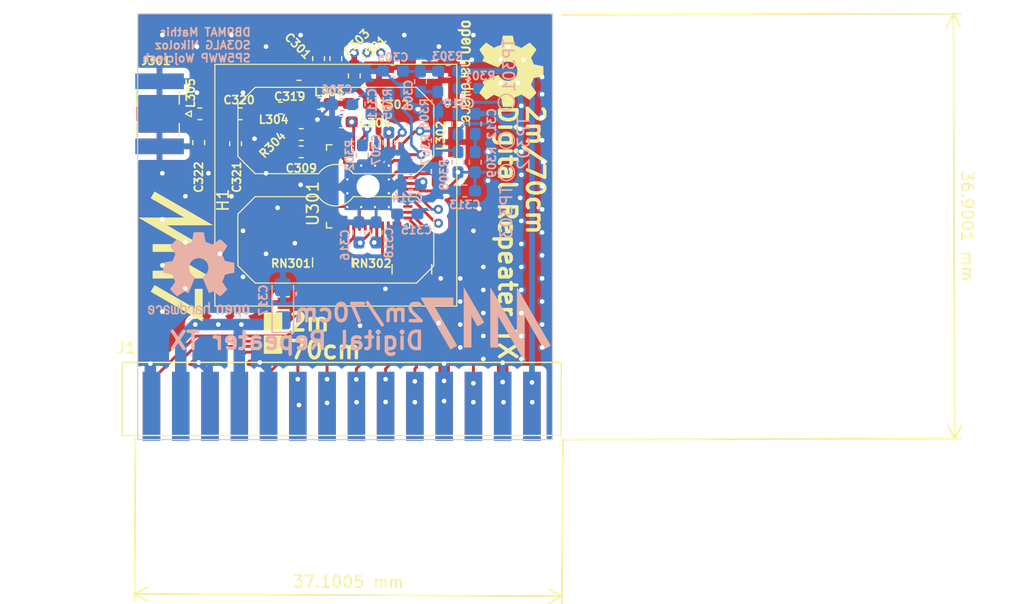
<source format=kicad_pcb>
(kicad_pcb (version 20221018) (generator pcbnew)
  (layers (0 "F.Cu" signal) (1 "In1.Cu" signal) (2 "In2.Cu" signal) (31 "B.Cu" signal) (34 "B.Paste" user) (35 "F.Paste" user) (36 "B.SilkS" user "B.Silkscreen") (37 "F.SilkS" user "F.Silkscreen") (38 "B.Mask" user) (39 "F.Mask" user) (44 "Edge.Cuts" user))
  (net 0 "")
  (net 1 "+3V3")
  (net 2 "GND")
  (net 3 "Net-(C302-Pad2)")
  (net 4 "TX")
  (net 5 "Net-(C305-Pad2)")
  (net 6 "Net-(C306-Pad1)")
  (net 7 "Net-(C308-Pad1)")
  (net 8 "Net-(C309-Pad1)")
  (net 9 "Net-(C310-Pad1)")
  (net 10 "Net-(C311-Pad1)")
  (net 11 "Net-(C311-Pad2)")
  (net 12 "Net-(C312-Pad1)")
  (net 13 "Net-(C313-Pad1)")
  (net 14 "Net-(C315-Pad1)")
  (net 15 "Net-(C316-Pad2)")
  (net 16 "Net-(C319-Pad1)")
  (net 17 "Net-(C320-Pad2)")
  (net 18 "Net-(C320-Pad1)")
  (net 19 "Net-(C322-Pad2)")
  (net 20 "Net-(L302-Pad2)")
  (net 21 "Net-(L302-Pad1)")
  (net 22 "FM_MOD")
  (net 23 "Net-(R302-Pad1)")
  (net 24 "Net-(R304-Pad1)")
  (net 25 "Net-(R306-Pad1)")
  (net 26 "Net-(RN301-Pad2)")
  (net 27 "Net-(RN301-Pad3)")
  (net 28 "Net-(RN301-Pad1)")
  (net 29 "Net-(RN301-Pad4)")
  (net 30 "ADF_SCLK")
  (net 31 "ADF_SREAD")
  (net 32 "ADF_SDATA")
  (net 33 "ADF_SLE")
  (net 34 "SPI2_MOSI")
  (net 35 "SPI2_MISO")
  (net 36 "SPI2_SCK")
  (net 37 "ADF_MUXOUT")
  (net 38 "Net-(RN302-Pad4)")
  (net 39 "Net-(RN302-Pad1)")
  (net 40 "Net-(RN302-Pad3)")
  (net 41 "Net-(RN302-Pad2)")
  (net 42 "Net-(U301-Pad6)")
  (net 43 "Net-(U301-Pad7)")
  (net 44 "Net-(U301-Pad13)")
  (net 45 "Net-(U301-Pad14)")
  (net 46 "Net-(U301-Pad15)")
  (net 47 "Net-(U301-Pad16)")
  (net 48 "Net-(U301-Pad17)")
  (net 49 "Net-(U301-Pad18)")
  (net 50 "Net-(U301-Pad20)")
  (net 51 "Net-(U301-Pad21)")
  (net 52 "Net-(U301-Pad23)")
  (net 53 "ADF_CE")
  (net 54 "Net-(U301-Pad30)")
  (net 55 "ADF_SWD")
  (net 56 "Net-(U301-Pad39)")
  (net 57 "EXT_OSC2_IN")
  (footprint "Capacitor_SMD:C_0603_1608Metric_Pad1.05x0.95mm_HandSolder" (layer "F.Cu") (at 145.7 96.9 90)
    (fp_text reference "C301")
    (fp_text value "220p")
  )
  (footprint "Capacitor_SMD:C_0603_1608Metric_Pad1.05x0.95mm_HandSolder" (layer "F.Cu") (at 147.2 96.9 90)
    (fp_text reference "C303")
    (fp_text value "10n")
  )
  (footprint "Capacitor_SMD:C_0603_1608Metric_Pad1.05x0.95mm_HandSolder" (layer "F.Cu") (at 144.2 105 180)
    (fp_text reference "C309")
    (fp_text value "100n")
  )
  (footprint "Inductor_SMD:L_0603_1608Metric_Pad1.05x0.95mm_HandSolder" (layer "F.Cu") (at 148.8 98.4 -90)
    (fp_text reference "L301")
    (fp_text value "15n")
  )
  (footprint "Resistor_SMD:R_Array_Concave_4x0603" (layer "F.Cu") (at 146.9 114.6 -90)
    (fp_text reference "RN301")
    (fp_text value "4 x 1k ISOLATED")
  )
  (footprint "Resistor_SMD:R_Array_Concave_4x0603" (layer "F.Cu") (at 153.8 115.2 -90)
    (fp_text reference "RN302")
    (fp_text value "4 x 1k ISOLATED")
  )
  (footprint "edge_contact:edge_2x14pin" (layer "F.Cu") (at 131.2 127.1)
    (fp_text reference "J1")
    (fp_text value "Conn_02x14_Odd_Even")
  )
  (footprint "Package_CSP:LFCSP-48-1EP_7x7mm_P0.5mm_EP4.1x4.1mm_ThermalVias" (layer "F.Cu") (at 150 108 -90)
    (fp_text reference "U301")
    (fp_text value "ADF7021")
  )
  (footprint "Connector_Coaxial:SMA_Samtec_SMA-J-P-X-ST-EM1_EdgeMount" (layer "F.Cu") (at 131.9 101.7 -90)
    (fp_text reference "J301")
    (fp_text value "Out")
  )
  (footprint "Resistor_SMD:R_0603_1608Metric_Pad1.05x0.95mm_HandSolder" (layer "F.Cu") (at 144.2 103.5 180)
    (fp_text reference "R304")
    (fp_text value "3k6")
  )
  (footprint "Capacitor_SMD:C_0603_1608Metric_Pad1.05x0.95mm_HandSolder" (layer "F.Cu") (at 147.7 102.4 180)
    (fp_text reference "C304")
    (fp_text value "10n")
  )
  (footprint "Inductor_SMD:L_0603_1608Metric_Pad1.05x0.95mm_HandSolder" (layer "F.Cu") (at 156 106.7 -90)
    (fp_text reference "L302")
    (fp_text value "DNP")
  )
  (footprint "Inductor_SMD:L_0603_1608Metric_Pad1.05x0.95mm_HandSolder" (layer "F.Cu") (at 142.4 101.2 180)
    (fp_text reference "L304")
    (fp_text value "22n")
  )
  (footprint "Inductor_SMD:L_0603_1608Metric_Pad1.05x0.95mm_HandSolder" (layer "F.Cu") (at 135.4 101.7 180)
    (fp_text reference "L305")
    (fp_text value "15nH")
  )
  (footprint "Inductor_SMD:L_0603_1608Metric_Pad1.05x0.95mm_HandSolder" (layer "F.Cu") (at 145.8 100.8 180)
    (fp_text reference "L303")
    (fp_text value "20n")
  )
  (footprint "Capacitor_SMD:C_0603_1608Metric_Pad1.05x0.95mm_HandSolder" (layer "F.Cu") (at 138.9 101.7)
    (fp_text reference "C320")
    (fp_text value "1000p")
  )
  (footprint "Capacitor_SMD:C_0603_1608Metric_Pad1.05x0.95mm_HandSolder" (layer "F.Cu") (at 144 99.3 180)
    (fp_text reference "C319")
    (fp_text value "6p8")
  )
  (footprint "Capacitor_SMD:C_0603_1608Metric_Pad1.05x0.95mm_HandSolder" (layer "F.Cu") (at 135.3 104.2 90)
    (fp_text reference "C322")
    (fp_text value "9p1")
  )
  (footprint "Capacitor_SMD:C_0603_1608Metric_Pad1.05x0.95mm_HandSolder" (layer "F.Cu") (at 138.5 104.3 90)
    (fp_text reference "C321")
    (fp_text value "9p1")
  )
  (footprint "Capacitor_SMD:C_0603_1608Metric_Pad1.05x0.95mm_HandSolder" (layer "F.Cu") (at 149.2 100.8)
    (fp_text reference "C302")
    (fp_text value "10p")
  )
  (footprint "lib:WE_36103205_SMD" (layer "F.Cu") (at 147.2 107.9)
    (fp_text reference "H1")
    (fp_text value "Würt_LGA_Shielding" hide)
  )
  (footprint "lib:m17_silk_Logo" (layer "F.Cu") (at 133.3 114.1 -90)
    (fp_text reference "G***" hide)
    (fp_text value "LOGO" hide)
  )
  (footprint "Symbol:OSHW-Logo2_9.8x8mm_SilkScreen" (layer "F.Cu") (at 161.5 98 -90)
    (fp_text reference "REF**" hide)
    (fp_text value "OSHW-Logo2_9.8x8mm_SilkScreen" hide)
  )
  (footprint "Capacitor_SMD:C_0603_1608Metric_Pad1.05x0.95mm_HandSolder" (layer "B.Cu") (at 152.15 98)
    (fp_text reference "C305")
    (fp_text value "2n2")
  )
  (footprint "Capacitor_SMD:C_0603_1608Metric_Pad1.05x0.95mm_HandSolder" (layer "B.Cu") (at 151.8 104.2 -90)
    (fp_text reference "C307")
    (fp_text value "10n")
  )
  (footprint "Capacitor_SMD:C_0603_1608Metric_Pad1.05x0.95mm_HandSolder" (layer "B.Cu") (at 154.55 98.9 90)
    (fp_text reference "C308")
    (fp_text value "100n")
  )
  (footprint "Capacitor_SMD:C_0603_1608Metric_Pad1.05x0.95mm_HandSolder" (layer "B.Cu") (at 157.8 102.6 90)
    (fp_text reference "C310")
    (fp_text value "470p")
  )
  (footprint "Capacitor_SMD:C_0603_1608Metric_Pad1.05x0.95mm_HandSolder" (layer "B.Cu") (at 151.8 100.85 -90)
    (fp_text reference "C311")
    (fp_text value "22n")
  )
  (footprint "Capacitor_SMD:C_0603_1608Metric_Pad1.05x0.95mm_HandSolder" (layer "B.Cu") (at 159.3 102.575 90)
    (fp_text reference "C312")
    (fp_text value "15n")
  )
  (footprint "Capacitor_SMD:C_0603_1608Metric_Pad1.05x0.95mm_HandSolder" (layer "B.Cu") (at 158.4 108.4 180)
    (fp_text reference "C313")
    (fp_text value "1n")
  )
  (footprint "Capacitor_SMD:C_0603_1608Metric_Pad1.05x0.95mm_HandSolder" (layer "B.Cu") (at 153.7 107.8 180)
    (fp_text reference "C314")
    (fp_text value "10n")
  )
  (footprint "Capacitor_SMD:C_0603_1608Metric_Pad1.05x0.95mm_HandSolder" (layer "B.Cu") (at 153.4 110.4 180)
    (fp_text reference "C315")
    (fp_text value "100n")
  )
  (footprint "Capacitor_Tantalum_SMD:CP_EIA-3216-18_Kemet-A_Pad1.58x1.35mm_HandSolder" (layer "B.Cu") (at 142.6 118.2 90)
    (fp_text reference "C317")
    (fp_text value "22u/TA")
  )
  (footprint "Capacitor_SMD:C_0603_1608Metric_Pad1.05x0.95mm_HandSolder" (layer "B.Cu") (at 150.7 112 90)
    (fp_text reference "C318")
    (fp_text value "10n")
  )
  (footprint "Resistor_SMD:R_0603_1608Metric_Pad1.05x0.95mm_HandSolder" (layer "B.Cu") (at 158.75 99.5 180)
    (fp_text reference "R301")
    (fp_text value "22k")
  )
  (footprint "Resistor_SMD:R_0603_1608Metric_Pad1.05x0.95mm_HandSolder" (layer "B.Cu") (at 149.5 105.3 -90)
    (fp_text reference "R302")
    (fp_text value "1k1")
  )
  (footprint "Resistor_SMD:R_0603_1608Metric_Pad1.05x0.95mm_HandSolder" (layer "B.Cu") (at 156.95 98 180)
    (fp_text reference "R303")
    (fp_text value "47k")
  )
  (footprint "Resistor_SMD:R_0603_1608Metric_Pad1.05x0.95mm_HandSolder" (layer "B.Cu") (at 150.25 100.85 90)
    (fp_text reference "R305")
    (fp_text value "3R9")
  )
  (footprint "Resistor_SMD:R_0603_1608Metric_Pad1.05x0.95mm_HandSolder" (layer "B.Cu") (at 156.05 100.65 90)
    (fp_text reference "R306")
    (fp_text value "47k")
  )
  (footprint "Resistor_SMD:R_0603_1608Metric_Pad1.05x0.95mm_HandSolder" (layer "B.Cu") (at 156 104 90)
    (fp_text reference "R307")
    (fp_text value "100")
  )
  (footprint "Resistor_SMD:R_0603_1608Metric_Pad1.05x0.95mm_HandSolder" (layer "B.Cu") (at 157.8 105.9 90)
    (fp_text reference "R308")
    (fp_text value "560")
  )
  (footprint "Resistor_SMD:R_0603_1608Metric_Pad1.05x0.95mm_HandSolder" (layer "B.Cu") (at 159.3 105.9 90)
    (fp_text reference "R309")
    (fp_text value "270")
  )
  (footprint "TestPoint:TestPoint_Pad_D1.0mm" (layer "B.Cu") (at 162 100.7 180)
    (fp_text reference "TP301")
    (fp_text value "TestPoint_Probe")
  )
  (footprint "TestPoint:TestPoint_Pad_D1.0mm" (layer "B.Cu") (at 162 104 180)
    (fp_text reference "TP302")
    (fp_text value "TestPoint_Probe")
  )
  (footprint "TestPoint:TestPoint_Pad_D1.0mm" (layer "B.Cu") (at 162 106.8 180)
    (fp_text reference "TP303")
    (fp_text value "TestPoint_Probe")
  )
  (footprint "Capacitor_SMD:C_0603_1608Metric_Pad1.05x0.95mm_HandSolder" (layer "B.Cu") (at 149.2 112 -90)
    (fp_text reference "C316")
    (fp_text value "100n")
  )
  (footprint "Capacitor_SMD:C_0603_1608Metric_Pad1.05x0.95mm_HandSolder" (layer "B.Cu") (at 147.75 100.9 180)
    (fp_text reference "C306")
    (fp_text value "100n")
  )
  (footprint "lib:m17_silk_Logo" (layer "B.Cu") (at 160.2 120 180)
    (fp_text reference "G***" hide)
    (fp_text value "LOGO" hide)
  )
  (footprint "Symbol:OSHW-Logo2_9.8x8mm_SilkScreen" (layer "B.Cu") (at 135.3 115.7 180)
    (fp_text reference "REF**" hide)
    (fp_text value "OSHW-Logo2_9.8x8mm_SilkScreen" hide)
  )
  (gr_poly (pts (xy 142.5 120.5) (xy 141 120.5) (xy 141 119) (xy 142.5 119)) (stroke (width 0.1)) (fill solid) (layer "F.SilkS"))
  (gr_poly (pts (xy 142.5 122.5) (xy 141 122.5) (xy 141 121) (xy 142.5 121)) (stroke (width 0.1)) (fill solid) (layer "F.SilkS"))
  (gr_line (start 130 130) (end 166 130) (stroke (width 0.1)) (layer "Edge.Cuts"))
  (gr_line (start 166 130) (end 166 93) (stroke (width 0.1)) (layer "Edge.Cuts"))
  (gr_line (start 166 93) (end 130 93) (stroke (width 0.1)) (layer "Edge.Cuts"))
  (gr_line (start 130 93) (end 130 130) (stroke (width 0.1)) (layer "Edge.Cuts"))
  (gr_text "2m/70cm \nDigital Repeater TX" (at 155 120.2) (layer "B.SilkS") (effects (font (size 1.5 1.5) (thickness 0.3)) (justify left mirror)))
  (gr_text "DB9MAT Mathis\nSO3ALG Nikoloz\nSP5WWP Wojciech\n\n" (at 139.9 96.3) (layer "B.SilkS") (effects (font (size 0.7 0.7)) (justify left mirror)))
  (gr_text "2m \n70cm\n" (at 143 121) (layer "F.SilkS") (effects (font (size 1.5 1.5) (thickness 0.3)) (justify left)))
  (gr_text "2m/70cm \nDigital Repeater TX" (at 163.3 100.8 270) (layer "F.SilkS") (effects (font (size 1.5 1.5) (thickness 0.3)) (justify left)))
  (dimension (type aligned) (layer "F.SilkS") (pts (xy 129.8 129.9) (xy 166.9 130.1)) (height 13.505194) (gr_text "37.1005 mm" (at 148.283396 142.355015 359.6911309) (layer "F.SilkS") (effects (font (size 1 1) (thickness 0.15)))) (format (prefix "") (suffix "") (units 2) (units_format 1) (precision 4)) (style (thickness 0.15) (arrow_length 1.27) (text_position_mode 0) (extension_height 0.58642) (extension_offset 0) keep_text_aligned))
  (dimension (type aligned) (layer "F.SilkS") (pts (xy 166.8 93.1) (xy 166.9 130)) (height -34.00421) (gr_text "36.9001 mm" (at 202.004081 111.454731 270.1552727) (layer "F.SilkS") (effects (font (size 1 1) (thickness 0.15)))) (format (prefix "") (suffix "") (units 2) (units_format 1) (precision 4)) (style (thickness 0.15) (arrow_length 1.27) (text_position_mode 0) (extension_height 0.58642) (extension_offset 0) keep_text_aligned))
  (segment (start 151.75 103.375) (end 151.8 103.325) (width 0.25) (layer "F.Cu") (net 1))
  (segment (start 147.25 97.725) (end 147.2 97.775) (width 0.5) (layer "F.Cu") (net 1))
  (segment (start 150.75 112.65) (end 150.525 112.875) (width 0.25) (layer "F.Cu") (net 1))
  (segment (start 155.9 111.2) (end 156.1 111.2) (width 0.25) (layer "F.Cu") (net 1))
  (segment (start 153.45 109.25) (end 153.95 109.25) (width 0.25) (layer "F.Cu") (net 1))
  (segment (start 153.95 109.25) (end 155.9 111.2) (width 0.25) (layer "F.Cu") (net 1))
  (segment (start 147.2 97.775) (end 145.7 97.775) (width 0.5) (layer "F.Cu") (net 1))
  (segment (start 147.45 97.525) (end 147.2 97.775) (width 0.5) (layer "F.Cu") (net 1))
  (segment (start 151.75 104.55) (end 151.75 103.375) (width 0.25) (layer "F.Cu") (net 1))
  (segment (start 150.75 111.45) (end 150.75 112.65) (width 0.25) (layer "F.Cu") (net 1))
  (segment (start 148.8 97.525) (end 148.8 96.4) (width 0.5) (layer "F.Cu") (net 1))
  (segment (start 148.75 104.55) (end 148.75 102.575) (width 0.25) (layer "F.Cu") (net 1))
  (segment (start 148.8 97.525) (end 147.45 97.525) (width 0.5) (layer "F.Cu") (net 1))
  (segment (start 154.622956 107.75) (end 154.755069 107.617887) (width 0.25) (layer "F.Cu") (net 1))
  (segment (start 148.75 102.575) (end 148.575 102.4) (width 0.25) (layer "F.Cu") (net 1))
  (segment (start 153.45 107.75) (end 154.622956 107.75) (width 0.25) (layer "F.Cu") (net 1))
  (via (at 137 120) (size 0.8) (drill 0.4) (layers "F.Cu" "B.Cu") (net 1))
  (via (at 135 120) (size 0.8) (drill 0.4) (layers "F.Cu" "B.Cu") (net 1))
  (via (at 151.8 103.325) (size 0.8) (drill 0.4) (layers "F.Cu" "B.Cu") (net 1))
  (via (at 154.755069 107.617887) (size 0.8) (drill 0.4) (layers "F.Cu" "B.Cu") (net 1))
  (via (at 151.1 96.4) (size 0.8) (drill 0.4) (layers "F.Cu" "B.Cu") (net 1))
  (via (at 148.8 96.4) (size 0.8) (drill 0.4) (layers "F.Cu" "B.Cu") (net 1))
  (via (at 156.1 111.2) (size 0.8) (drill 0.4) (layers "F.Cu" "B.Cu") (net 1))
  (via (at 148.575 102.4) (size 0.8) (drill 0.4) (layers "F.Cu" "B.Cu") (net 1))
  (via (at 149.9 96.4) (size 0.8) (drill 0.4) (layers "F.Cu" "B.Cu") (net 1))
  (via (at 139 120) (size 0.8) (drill 0.4) (layers "F.Cu" "B.Cu") (net 1))
  (via (at 150.525 112.875) (size 0.8) (drill 0.4) (layers "F.Cu" "B.Cu") (net 1))
  (segment (start 139 120) (end 137 120) (width 1) (layer "B.Cu") (net 1))
  (segment (start 142.6 119.6375) (end 142.2375 120) (width 1) (layer "B.Cu") (net 1))
  (segment (start 142.2375 120) (end 139 120) (width 1) (layer "B.Cu") (net 1))
  (segment (start 137 120) (end 135 120) (width 1) (layer "B.Cu") (net 1))
  (segment (start 154.755069 107.619931) (end 154.755069 107.617887) (width 0.25) (layer "B.Cu") (net 1))
  (segment (start 133.74 121.26) (end 135 120) (width 1) (layer "B.Cu") (net 1))
  (segment (start 138.82 120.18) (end 139 120) (width 1) (layer "B.Cu") (net 1))
  (segment (start 133.74 127.1) (end 133.74 121.26) (width 1) (layer "B.Cu") (net 1))
  (segment (start 154.575 107.8) (end 154.755069 107.619931) (width 0.25) (layer "B.Cu") (net 1))
  (segment (start 138.82 127.1) (end 138.82 120.18) (width 1) (layer "B.Cu") (net 1))
  (segment (start 142.62 119.6575) (end 142.6 119.6375) (width 1) (layer "B.Cu") (net 1))
  (segment (start 161.68 125.07) (end 161.68 123.32) (width 1) (layer "F.Cu") (net 2))
  (segment (start 161.68 126.82) (end 161.68 125.07) (width 1) (layer "F.Cu") (net 2))
  (segment (start 156.6 124.9) (end 156.6 123.4) (width 1) (layer "F.Cu") (net 2))
  (segment (start 156.6 126.65) (end 156.6 124.9) (width 1) (layer "F.Cu") (net 2))
  (segment (start 143.734315 103.5) (end 143.325 103.5) (width 0.25) (layer "F.Cu") (net 2))
  (segment (start 147.25 104.55) (end 147.25 104.998022) (width 0.25) (layer "F.Cu") (net 2))
  (segment (start 149.25 109.95) (end 149.4 109.8) (width 0.25) (layer "F.Cu") (net 2))
  (segment (start 145.6 102.2) (end 145.034315 102.2) (width 0.25) (layer "F.Cu") (net 2))
  (segment (start 152.45 106.75) (end 151.8 107.4) (width 0.25) (layer "F.Cu") (net 2))
  (segment (start 148.15 109.75) (end 148.2 109.8) (width 0.25) (layer "F.Cu") (net 2))
  (segment (start 150.75 106.05) (end 150.6 106.2) (width 0.25) (layer "F.Cu") (net 2))
  (segment (start 143.125 97.975) (end 143.45 97.65) (width 0.25) (layer "F.Cu") (net 2))
  (segment (start 152.25 105.75) (end 151.8 106.2) (width 0.25) (layer "F.Cu") (net 2))
  (segment (start 146.55 108.25) (end 147.85 108.25) (width 0.25) (layer "F.Cu") (net 2))
  (segment (start 157.45 117) (end 157.3 117) (width 0.25) (layer "F.Cu") (net 2))
  (segment (start 149.25 111.45) (end 149.25 109.95) (width 0.25) (layer "F.Cu") (net 2))
  (segment (start 145.034315 102.2) (end 143.734315 103.5) (width 0.25) (layer "F.Cu") (net 2))
  (segment (start 150.75 104.55) (end 150.75 106.05) (width 0.25) (layer "F.Cu") (net 2))
  (segment (start 147.950001 105.698023) (end 147.950001 105.950001) (width 0.25) (layer "F.Cu") (net 2))
  (segment (start 156.6 127.1) (end 156.6 126.65) (width 1) (layer "F.Cu") (net 2))
  (segment (start 146.55 109.75) (end 148.15 109.75) (width 0.25) (layer "F.Cu") (net 2))
  (segment (start 153.45 106.75) (end 152.45 106.75) (width 0.25) (layer "F.Cu") (net 2))
  (segment (start 157.3 117) (end 156.3 116) (width 0.25) (layer "F.Cu") (net 2))
  (segment (start 153.45 105.75) (end 152.25 105.75) (width 0.25) (layer "F.Cu") (net 2))
  (segment (start 147.25 104.998022) (end 147.950001 105.698023) (width 0.25) (layer "F.Cu") (net 2))
  (segment (start 145.8 102.4) (end 145.6 102.2) (width 0.25) (layer "F.Cu") (net 2))
  (segment (start 147.950001 105.950001) (end 148.2 106.2) (width 0.25) (layer "F.Cu") (net 2))
  (segment (start 147.85 108.25) (end 148.2 108.6) (width 0.25) (layer "F.Cu") (net 2))
  (segment (start 161.68 127.1) (end 161.68 126.82) (width 1) (layer "F.Cu") (net 2))
  (segment (start 143.125 99.3) (end 143.125 97.975) (width 0.25) (layer "F.Cu") (net 2))
  (segment (start 146.825 102.4) (end 145.8 102.4) (width 0.25) (layer "F.Cu") (net 2))
  (via (at 161.68 123.32) (size 0.8) (drill 0.4) (layers "F.Cu" "B.Cu") (net 2))
  (via (at 163.3 111) (size 0.8) (drill 0.4) (layers "F.Cu" "B.Cu") (net 2))
  (via (at 165.1 102) (size 0.8) (drill 0.4) (layers "F.Cu" "B.Cu") (net 2))
  (via (at 163.2 109) (size 0.8) (drill 0.4) (layers "F.Cu" "B.Cu") (net 2))
  (via (at 163.3 107) (size 0.8) (drill 0.4) (layers "F.Cu" "B.Cu") (net 2))
  (via (at 138.1425 94.863095) (size 0.8) (drill 0.4) (layers "F.Cu" "B.Cu") (net 2))
  (via (at 139.1425 115.863095) (size 0.8) (drill 0.4) (layers "F.Cu" "B.Cu") (net 2))
  (via (at 159.1425 111.863095) (size 0.8) (drill 0.4) (layers "F.Cu" "B.Cu") (net 2))
  (via (at 158 116) (size 0.8) (drill 0.4) (layers "F.Cu" "B.Cu") (net 2))
  (via (at 160 117) (size 0.8) (drill 0.4) (layers "F.Cu" "B.Cu") (net 2))
  (via (at 138.1425 108.863095) (size 0.8) (drill 0.4) (layers "F.Cu" "B.Cu") (net 2))
  (via (at 144.1425 107.863095) (size 0.8) (drill 0.4) (layers "F.Cu" "B.Cu") (net 2))
  (via (at 156.6 123.4) (size 0.8) (drill 0.4) (layers "F.Cu" "B.Cu") (net 2))
  (via (at 158 122) (size 0.8) (drill 0.4) (layers "F.Cu" "B.Cu") (net 2))
  (via (at 156.1425 95.863095) (size 0.8) (drill 0.4) (layers "F.Cu" "B.Cu") (net 2))
  (via (at 158 120) (size 0.8) (drill 0.4) (layers "F.Cu" "B.Cu") (net 2))
  (via (at 151.5 116.9) (size 0.8) (drill 0.4) (layers "F.Cu" "B.Cu") (net 2))
  (via (at 135.1425 95.863095) (size 0.8) (drill 0.4) (layers "F.Cu" "B.Cu") (net 2))
  (via (at 165.1 104) (size 0.8) (drill 0.4) (layers "F.Cu" "B.Cu") (net 2))
  (via (at 142.1425 109.863095) (size 0.8) (drill 0.4) (layers "F.Cu" "B.Cu") (net 2))
  (via (at 162.1425 95.863095) (size 0.8) (drill 0.4) (layers "F.Cu" "B.Cu") (net 2))
  (via (at 134.1425 108.863095) (size 0.8) (drill 0.4) (layers "F.Cu" "B.Cu") (net 2))
  (via (at 154.3 101.3) (size 0.8) (drill 0.4) (layers "F.Cu" "B.Cu") (net 2))
  (via (at 165.1 122) (size 0.8) (drill 0.4) (layers "F.Cu" "B.Cu") (net 2))
  (via (at 159 97) (size 0.8) (drill 0.4) (layers "F.Cu" "B.Cu") (net 2))
  (via (at 153.1425 94.863095) (size 0.8) (drill 0.4) (layers "F.Cu" "B.Cu") (net 2))
  (via (at 139.1425 99.863095) (size 0.8) (drill 0.4) (layers "F.Cu" "B.Cu") (net 2))
  (via (at 135.3 123.3) (size 0.8) (drill 0.4) (layers "F.Cu" "B.Cu") (net 2))
  (via (at 156.6 124.9) (size 0.8) (drill 0.4) (layers "F.Cu" "B.Cu") (net 2))
  (via (at 132.1425 94.863095) (size 0.8) (drill 0.4) (layers "F.Cu" "B.Cu") (net 2))
  (via (at 160 119) (size 0.8) (drill 0.4) (layers "F.Cu" "B.Cu") (net 2))
  (via (at 132.1425 118.863095) (size 0.8) (drill 0.4) (layers "F.Cu" "B.Cu") (net 2))
  (via (at 132.1425 106.863095) (size 0.8) (drill 0.4) (layers "F.Cu" "B.Cu") (net 2))
  (via (at 141.1425 106.863095) (size 0.8) (drill 0.4) (layers "F.Cu" "B.Cu") (net 2))
  (via (at 132.1425 110.863095) (size 0.8) (drill 0.4) (layers "F.Cu" "B.Cu") (net 2))
  (via (at 161.68 125) (size 0.8) (drill 0.4) (layers "F.Cu" "B.Cu") (net 2))
  (via (at 144.1425 94.863095) (size 0.8) (drill 0.4) (layers "F.Cu" "B.Cu") (net 2))
  (via (at 145.6 102.2) (size 0.8) (drill 0.4) (layers "F.Cu" "B.Cu") (net 2))
  (via (at 134.1425 116.863095) (size 0.8) (drill 0.4) (layers "F.Cu" "B.Cu") (net 2))
  (via (at 165.1 108) (size 0.8) (drill 0.4) (layers "F.Cu" "B.Cu") (net 2))
  (via (at 165.1 116) (size 0.8) (drill 0.4) (layers "F.Cu" "B.Cu") (net 2))
  (via (at 165.1 98.5) (size 0.8) (drill 0.4) (layers "F.Cu" "B.Cu") (net 2))
  (via (at 161.5 99) (size 0.8) (drill 0.4) (layers "F.Cu" "B.Cu") (net 2))
  (via (at 165.1 100) (size 0.8) (drill 0.4) (layers "F.Cu" "B.Cu") (net 2))
  (via (at 163.3 121) (size 0.8) (drill 0.4) (layers "F.Cu" "B.Cu") (net 2))
  (via (at 165.1 114) (size 0.8) (drill 0.4) (layers "F.Cu" "B.Cu") (net 2))
  (via (at 163.2 103) (size 0.8) (drill 0.4) (layers "F.Cu" "B.Cu") (net 2))
  (via (at 161.5 97) (size 0.8) (drill 0.4) (layers "F.Cu" "B.Cu") (net 2))
  (via (at 163.3 105) (size 0.8) (drill 0.4) (layers "F.Cu" "B.Cu") (net 2))
  (via (at 165.1 120) (size 0.8) (drill 0.4) (layers "F.Cu" "B.Cu") (net 2))
  (via (at 159.1425 94.863095) (size 0.8) (drill 0.4) (layers "F.Cu" "B.Cu") (net 2))
  (via (at 140.6 123.3) (size 0.8) (drill 0.4) (layers "F.Cu" "B.Cu") (net 2))
  (via (at 141.1425 113.863095) (size 0.8) (drill 0.4) (layers "F.Cu" "B.Cu") (net 2))
  (via (at 159.6425 109.9425) (size 0.8) (drill 0.4) (layers "F.Cu" "B.Cu") (net 2))
  (via (at 165.1 110) (size 0.8) (drill 0.4) (layers "F.Cu" "B.Cu") (net 2))
  (via (at 134.1425 112.863095) (size 0.8) (drill 0.4) (layers "F.Cu" "B.Cu") (net 2))
  (via (at 158 118) (size 0.8) (drill 0.4) (layers "F.Cu" "B.Cu") (net 2))
  (via (at 156.1425 119.863095) (size 0.8) (drill 0.4) (layers "F.Cu" "B.Cu") (net 2))
  (via (at 165.1 118) (size 0.8) (drill 0.4) (layers "F.Cu" "B.Cu") (net 2))
  (via (at 163.3 117) (size 0.8) (drill 0.4) (layers "F.Cu" "B.Cu") (net 2))
  (via (at 165.2 105.9) (size 0.8) (drill 0.4) (layers "F.Cu" "B.Cu") (net 2))
  (via (at 156.6 126.65) (size 0.8) (drill 0.4) (layers "F.Cu" "B.Cu") (net 2))
  (via (at 163.3 119) (size 0.8) (drill 0.4) (layers "F.Cu" "B.Cu") (net 2))
  (via (at 163.3 115) (size 0.8) (drill 0.4) (layers "F.Cu" "B.Cu") (net 2))
  (via (at 160.4 105) (size 0.8) (drill 0.4) (layers "F.Cu" "B.Cu") (net 2))
  (via (at 160 121) (size 0.8) (drill 0.4) (layers "F.Cu" "B.Cu") (net 2))
  (via (at 132.1425 114.863095) (size 0.8) (drill 0.4) (layers "F.Cu" "B.Cu") (net 2))
  (via (at 161.75 126.75) (size 0.8) (drill 0.4) (layers "F.Cu" "B.Cu") (net 2))
  (via (at 131.1 123.4) (size 0.8) (drill 0.4) (layers "F.Cu" "B.Cu") (net 2))
  (via (at 136.1425 106.863095) (size 0.8) (drill 0.4) (layers "F.Cu" "B.Cu") (net 2))
  (via (at 140.1425 103.863095) (size 0.8) (drill 0.4) (layers "F.Cu" "B.Cu") (net 2))
  (via (at 163 99) (size 0.8) (drill 0.4) (layers "F.Cu" "B.Cu") (net 2))
  (via (at 137.1425 113.863095) (size 0.8) (drill 0.4) (layers "F.Cu" "B.Cu") (net 2))
  (via (at 143.6425 112.9425) (size 0.8) (drill 0.4) (layers "F.Cu" "B.Cu") (net 2))
  (via (at 149.3 120.1) (size 0.8) (drill 0.4) (layers "F.Cu" "B.Cu") (net 2))
  (via (at 163.3 101) (size 0.8) (drill 0.4) (layers "F.Cu" "B.Cu") (net 2))
  (via (at 160 115) (size 0.8) (drill 0.4) (layers "F.Cu" "B.Cu") (net 2))
  (via (at 163.3 123) (size 0.8) (drill 0.4) (layers "F.Cu" "B.Cu") (net 2))
  (via (at 163.3 113) (size 0.8) (drill 0.4) (layers "F.Cu" "B.Cu") (net 2))
  (via (at 165.1 112) (size 0.8) (drill 0.4) (layers "F.Cu" "B.Cu") (net 2))
  (via (at 141.1425 95.863095) (size 0.8) (drill 0.4) (layers "F.Cu" "B.Cu") (net 2))
  (via (at 156.3 116) (size 0.8) (drill 0.4) (layers "F.Cu" "B.Cu") (net 2))
  (via (at 135.1425 99.863095) (size 0.8) (drill 0.4) (layers "F.Cu" "B.Cu") (net 2))
  (via (at 160 123) (size 0.8) (drill 0.4) (layers "F.Cu" "B.Cu") (net 2))
  (via (at 160.4 107.5) (size 0.8) (drill 0.4) (layers "F.Cu" "B.Cu") (net 2))
  (via (at 163.5 97) (size 0.8) (drill 0.4) (layers "F.Cu" "B.Cu") (net 2))
  (via (at 139.1425 111.863095) (size 0.8) (drill 0.4) (layers "F.Cu" "B.Cu") (net 2))
  (segment (start 140.6 123.3) (end 140.6 123.3) (width 0.5) (layer "B.Cu") (net 2))
  (segment (start 150.7 109.9) (end 150.6 109.8) (width 0.25) (layer "B.Cu") (net 2))
  (segment (start 151.7 105.9) (end 151.8 106.2) (width 0.5) (layer "B.Cu") (net 2))
  (segment (start 151.8 105.075) (end 151.8 105.8) (width 0.5) (layer "B.Cu") (net 2))
  (segment (start 136.28 124.28) (end 135.3 123.3) (width 0.5) (layer "B.Cu") (net 2))
  (segment (start 141.36 124.06) (end 140.6 123.3) (width 0.5) (layer "B.Cu") (net 2))
  (segment (start 154.3 101.3) (end 153.9 100.9) (width 0.25) (layer "B.Cu") (net 2))
  (segment (start 136.28 127.1) (end 136.28 124.28) (width 0.5) (layer "B.Cu") (net 2))
  (segment (start 150 106.8) (end 149.4 106.2) (width 0.25) (layer "B.Cu") (net 2))
  (segment (start 156.6 127.1) (end 156.6 123.4) (width 0.5) (layer "B.Cu") (net 2))
  (segment (start 151.4 98) (end 151.275 98) (width 0.25) (layer "B.Cu") (net 2))
  (segment (start 152.4 110.4) (end 151.8 109.8) (width 0.25) (layer "B.Cu") (net 2))
  (segment (start 150 106.1) (end 150.5 105.6) (width 0.5) (layer "B.Cu") (net 2))
  (segment (start 153.9 100.9) (end 153.8 100.9) (width 0.25) (layer "B.Cu") (net 2))
  (segment (start 149.2 110) (end 149.4 109.8) (width 0.25) (layer "B.Cu") (net 2))
  (segment (start 159.275 101.725) (end 159.3 101.7) (width 0.25) (layer "B.Cu") (net 2))
  (segment (start 150.7 111.125) (end 150.7 109.9) (width 0.25) (layer "B.Cu") (net 2))
  (segment (start 145.6 102.2) (end 145.6 102.175) (width 0.25) (layer "B.Cu") (net 2))
  (segment (start 152.825 107.8) (end 152.2 107.8) (width 0.5) (layer "B.Cu") (net 2))
  (segment (start 141.36 127.1) (end 141.36 124.06) (width 0.5) (layer "B.Cu") (net 2))
  (segment (start 147.6 108) (end 148.2 108.6) (width 0.5) (layer "B.Cu") (net 2))
  (segment (start 148.2 107.4) (end 147.6 108) (width 0.5) (layer "B.Cu") (net 2))
  (segment (start 150.75 106.05) (end 150.6 106.2) (width 0.25) (layer "B.Cu") (net 2))
  (segment (start 150 108) (end 150 105.7) (width 0.25) (layer "B.Cu") (net 2))
  (segment (start 150.6 106.2) (end 150.675 106.2) (width 0.5) (layer "B.Cu") (net 2))
  (segment (start 150.6 105.1) (end 150.8 105.1) (width 0.25) (layer "B.Cu") (net 2))
  (segment (start 145.6 102.175) (end 146.875 100.9) (width 0.25) (layer "B.Cu") (net 2))
  (segment (start 152.825 107.8) (end 152.6 107.8) (width 0.5) (layer "B.Cu") (net 2))
  (segment (start 150.2 106.2) (end 150.5 105.6) (width 0.5) (layer "B.Cu") (net 2))
  (segment (start 150 108) (end 150 106.1) (width 0.5) (layer "B.Cu") (net 2))
  (segment (start 149.4 106.2) (end 150.2 106.2) (width 0.5) (layer "B.Cu") (net 2))
  (segment (start 152.525 110.4) (end 152.4 110.4) (width 0.25) (layer "B.Cu") (net 2))
  (segment (start 149.2 111.125) (end 149.2 110) (width 0.25) (layer "B.Cu") (net 2))
  (segment (start 152.2 107.8) (end 151.8 107.4) (width 0.5) (layer "B.Cu") (net 2))
  (segment (start 152.6 107.8) (end 151.8 108.6) (width 0.5) (layer "B.Cu") (net 2))
  (segment (start 156.3 108.4) (end 157.525 108.4) (width 0.5) (layer "B.Cu") (net 2))
  (segment (start 150.675 106.2) (end 151.8 105.075) (width 0.5) (layer "B.Cu") (net 2))
  (segment (start 153.750001 109.149999) (end 155.550001 109.149999) (width 0.5) (layer "B.Cu") (net 2))
  (segment (start 153.1 99.7) (end 151.4 98) (width 0.25) (layer "B.Cu") (net 2))
  (segment (start 150.6 106.2) (end 150.246447 106.2) (width 0.25) (layer "B.Cu") (net 2))
  (segment (start 131.1 123.965685) (end 131.1 123.4) (width 1) (layer "B.Cu") (net 2))
  (segment (start 152.825 108.275) (end 152.8 108.3) (width 0.5) (layer "B.Cu") (net 2))
  (segment (start 157.8 101.725) (end 159.275 101.725) (width 0.25) (layer "B.Cu") (net 2))
  (segment (start 151.325 105.075) (end 151.8 105.075) (width 0.5) (layer "B.Cu") (net 2))
  (segment (start 131.1 127) (end 131.1 123.965685) (width 1) (layer "B.Cu") (net 2))
  (segment (start 153.1 100.2) (end 153.1 99.7) (width 0.25) (layer "B.Cu") (net 2))
  (segment (start 161.68 127.1) (end 161.68 123.32) (width 0.5) (layer "B.Cu") (net 2))
  (segment (start 153.8 100.9) (end 153.1 100.2) (width 0.25) (layer "B.Cu") (net 2))
  (segment (start 150.5 105.6) (end 151.325 105.075) (width 0.5) (layer "B.Cu") (net 2))
  (segment (start 152.8 108.3) (end 153.7 109.2) (width 0.5) (layer "B.Cu") (net 2))
  (segment (start 152.825 107.8) (end 152.825 108.275) (width 0.5) (layer "B.Cu") (net 2))
  (segment (start 153.7 109.2) (end 153.750001 109.149999) (width 0.5) (layer "B.Cu") (net 2))
  (segment (start 151.8 105.8) (end 151.7 105.9) (width 0.5) (layer "B.Cu") (net 2))
  (segment (start 150 108) (end 150 106.8) (width 0.25) (layer "B.Cu") (net 2))
  (segment (start 131.2 127.1) (end 131.1 127) (width 1) (layer "B.Cu") (net 2))
  (segment (start 150 105.7) (end 150.6 105.1) (width 0.25) (layer "B.Cu") (net 2))
  (segment (start 155.550001 109.149999) (end 156.3 108.4) (width 0.5) (layer "B.Cu") (net 2))
  (segment (start 150.075 100.8) (end 150.9 101.625) (width 0.5) (layer "F.Cu") (net 3))
  (segment (start 150.075 100.55) (end 148.8 99.275) (width 0.5) (layer "F.Cu") (net 3))
  (segment (start 150.9 103.498002) (end 150.9 103.3) (width 0.25) (layer "F.Cu") (net 3))
  (segment (start 151.25 103.848002) (end 150.9 103.498002) (width 0.25) (layer "F.Cu") (net 3))
  (segment (start 150.075 100.8) (end 150.075 100.55) (width 0.5) (layer "F.Cu") (net 3))
  (segment (start 150.075 100.8) (end 150.075 100.75) (width 0.5) (layer "F.Cu") (net 3))
  (segment (start 151.25 104.55) (end 151.25 103.848002) (width 0.25) (layer "F.Cu") (net 3))
  (segment (start 150.9 101.625) (end 150.9 103.3) (width 0.5) (layer "F.Cu") (net 3))
  (segment (start 146.675 100.8) (end 148.325 100.8) (width 0.5) (layer "F.Cu") (net 4))
  (segment (start 154.575 98) (end 154.55 98.025) (width 0.25) (layer "B.Cu") (net 5))
  (segment (start 154.55 98.025) (end 153.05 98.025) (width 0.25) (layer "B.Cu") (net 5))
  (segment (start 153.05 98.025) (end 153.025 98) (width 0.25) (layer "B.Cu") (net 5))
  (segment (start 156.075 98) (end 154.575 98) (width 0.25) (layer "B.Cu") (net 5))
  (segment (start 150.25 99.975) (end 149.55 99.975) (width 0.25) (layer "B.Cu") (net 6))
  (segment (start 149.55 99.975) (end 148.625 100.9) (width 0.25) (layer "B.Cu") (net 6))
  (segment (start 154.55 99.775) (end 156.05 99.775) (width 0.25) (layer "B.Cu") (net 7))
  (segment (start 147.473012 103.82499) (end 146.77501 103.82499) (width 0.25) (layer "F.Cu") (net 8))
  (segment (start 147.75 104.55) (end 147.75 104.101978) (width 0.25) (layer "F.Cu") (net 8))
  (segment (start 145.6 105) (end 145.075 105) (width 0.25) (layer "F.Cu") (net 8))
  (segment (start 147.75 104.101978) (end 147.473012 103.82499) (width 0.25) (layer "F.Cu") (net 8))
  (segment (start 146.77501 103.82499) (end 145.6 105) (width 0.25) (layer "F.Cu") (net 8))
  (segment (start 156 104.875) (end 157.65 104.875) (width 0.25) (layer "B.Cu") (net 9))
  (segment (start 156.15 105.025) (end 156 104.875) (width 0.25) (layer "B.Cu") (net 9))
  (segment (start 157.65 104.875) (end 157.8 105.025) (width 0.25) (layer "B.Cu") (net 9))
  (segment (start 160.55001 102.55001) (end 158.42499 102.55001) (width 0.25) (layer "B.Cu") (net 9))
  (segment (start 158.42499 102.55001) (end 157.5 103.475) (width 0.25) (layer "B.Cu") (net 9))
  (segment (start 162 104) (end 160.55001 102.55001) (width 0.25) (layer "B.Cu") (net 9))
  (segment (start 157.8 105.025) (end 157.8 103.475) (width 0.25) (layer "B.Cu") (net 9))
  (segment (start 154.6 105.25) (end 153.45 105.25) (width 0.25) (layer "F.Cu") (net 10))
  (via (at 154.6 105.25) (size 0.8) (drill 0.4) (layers "F.Cu" "B.Cu") (net 10))
  (segment (start 153.95 104.6) (end 154.6 105.25) (width 0.25) (layer "B.Cu") (net 10))
  (segment (start 151.8 100.1) (end 153.75 102.05) (width 0.25) (layer "B.Cu") (net 10))
  (segment (start 153.75 104.4) (end 153.95 104.6) (width 0.25) (layer "B.Cu") (net 10))
  (segment (start 151.8 99.975) (end 151.8 100.1) (width 0.25) (layer "B.Cu") (net 10))
  (segment (start 153.75 102.05) (end 153.75 104.4) (width 0.25) (layer "B.Cu") (net 10))
  (segment (start 152.25 104.55) (end 152.25 104.024694) (width 0.25) (layer "F.Cu") (net 11))
  (segment (start 152.25 104.024694) (end 152.962347 103.312347) (width 0.25) (layer "F.Cu") (net 11))
  (via (at 152.962347 103.312347) (size 0.8) (drill 0.4) (layers "F.Cu" "B.Cu") (net 11))
  (segment (start 152.962347 102.887347) (end 151.8 101.725) (width 0.25) (layer "B.Cu") (net 11))
  (segment (start 151.8 101.725) (end 150.25 101.725) (width 0.25) (layer "B.Cu") (net 11))
  (segment (start 152.962347 103.312347) (end 152.962347 102.887347) (width 0.25) (layer "B.Cu") (net 11))
  (segment (start 159.3 103.45) (end 159.3 105.025) (width 0.25) (layer "B.Cu") (net 12))
  (segment (start 154.55 108.4) (end 155.50449 108.4) (width 0.25) (layer "F.Cu") (net 13))
  (segment (start 155.50449 108.4) (end 155.5295 108.42501) (width 0.25) (layer "F.Cu") (net 13))
  (segment (start 157.6 106.875) (end 157.5 106.775) (width 0.25) (layer "F.Cu") (net 13))
  (segment (start 156.67499 108.42501) (end 157.8 107.3) (width 0.25) (layer "F.Cu") (net 13))
  (segment (start 157.8 107.3) (end 157.8 106.775) (width 0.25) (layer "F.Cu") (net 13))
  (segment (start 153.45 108.25) (end 154.4 108.25) (width 0.25) (layer "F.Cu") (net 13))
  (segment (start 154.4 108.25) (end 154.55 108.4) (width 0.25) (layer "F.Cu") (net 13))
  (segment (start 155.5295 108.42501) (end 156.67499 108.42501) (width 0.25) (layer "F.Cu") (net 13))
  (via (at 157.8 106.775) (size 0.8) (drill 0.4) (layers "F.Cu" "B.Cu") (net 13))
  (segment (start 157.8 106.775) (end 159.3 106.775) (width 0.25) (layer "B.Cu") (net 13))
  (segment (start 161.975 106.775) (end 162 106.8) (width 0.25) (layer "B.Cu") (net 13))
  (segment (start 159.025 106.8) (end 159 106.775) (width 0.25) (layer "B.Cu") (net 13))
  (segment (start 159.275 108.4) (end 159.275 106.8) (width 0.25) (layer "B.Cu") (net 13))
  (segment (start 159.3 106.775) (end 161.975 106.775) (width 0.25) (layer "B.Cu") (net 13))
  (segment (start 159.275 106.8) (end 159.3 106.775) (width 0.25) (layer "B.Cu") (net 13))
  (segment (start 153.45 108.75) (end 154.26359 108.75) (width 0.25) (layer "F.Cu") (net 14))
  (segment (start 154.26359 108.75) (end 155.51359 110) (width 0.25) (layer "F.Cu") (net 14))
  (segment (start 155.51359 110) (end 156.1 110) (width 0.25) (layer "F.Cu") (net 14))
  (via (at 156.1 110) (size 0.8) (drill 0.4) (layers "F.Cu" "B.Cu") (net 14))
  (segment (start 154.675 110) (end 154.275 110.4) (width 0.25) (layer "B.Cu") (net 14))
  (segment (start 156.1 110) (end 154.675 110) (width 0.25) (layer "B.Cu") (net 14))
  (segment (start 149.31112 112.909098) (end 150.25 111.970218) (width 0.25) (layer "F.Cu") (net 15))
  (segment (start 150.25 111.970218) (end 150.25 111.45) (width 0.25) (layer "F.Cu") (net 15))
  (via (at 149.31112 112.909098) (size 0.8) (drill 0.4) (layers "F.Cu" "B.Cu") (net 15))
  (segment (start 149.277022 112.875) (end 149.31112 112.909098) (width 0.25) (layer "B.Cu") (net 15))
  (segment (start 149.2 112.875) (end 149.277022 112.875) (width 0.25) (layer "B.Cu") (net 15))
  (segment (start 144.525 101.2) (end 144.925 100.8) (width 0.5) (layer "F.Cu") (net 16))
  (segment (start 144.925 99.35) (end 144.875 99.3) (width 0.5) (layer "F.Cu") (net 16))
  (segment (start 144.925 100.8) (end 144.925 99.35) (width 0.5) (layer "F.Cu") (net 16))
  (segment (start 143.275 101.2) (end 144.525 101.2) (width 0.5) (layer "F.Cu") (net 16))
  (segment (start 139.775 101.7) (end 141.025 101.7) (width 0.5) (layer "F.Cu") (net 17))
  (segment (start 141.025 101.7) (end 141.525 101.2) (width 0.5) (layer "F.Cu") (net 17))
  (segment (start 136.275 101.7) (end 138.025 101.7) (width 0.5) (layer "F.Cu") (net 18))
  (segment (start 138.5 102.175) (end 138.025 101.7) (width 0.5) (layer "F.Cu") (net 18))
  (segment (start 138.5 103.425) (end 138.5 102.175) (width 0.5) (layer "F.Cu") (net 18))
  (segment (start 134.525 101.7) (end 131.7 101.7) (width 0.5) (layer "F.Cu") (net 19))
  (segment (start 134.525 101.7) (end 134.525 102.45) (width 0.5) (layer "F.Cu") (net 19))
  (segment (start 134.525 102.45) (end 135.3 103.225) (width 0.5) (layer "F.Cu") (net 19))
  (segment (start 155.842885 106.892885) (end 156 107.05) (width 0.25) (layer "F.Cu") (net 20))
  (segment (start 153.45 107.25) (end 154.049952 107.25) (width 0.25) (layer "F.Cu") (net 20))
  (segment (start 156 107.05) (end 156 107.575) (width 0.25) (layer "F.Cu") (net 20))
  (segment (start 154.049952 107.25) (end 154.407067 106.892885) (width 0.25) (layer "F.Cu") (net 20))
  (segment (start 154.407067 106.892885) (end 155.842885 106.892885) (width 0.25) (layer "F.Cu") (net 20))
  (segment (start 156 105.825) (end 155.525 105.825) (width 0.25) (layer "F.Cu") (net 21))
  (segment (start 153.85 106.25) (end 153.45 106.25) (width 0.25) (layer "F.Cu") (net 21))
  (segment (start 155.1 106.25) (end 153.85 106.25) (width 0.25) (layer "F.Cu") (net 21))
  (segment (start 155.525 105.825) (end 155.1 106.25) (width 0.25) (layer "F.Cu") (net 21))
  (via (at 164.25 126.75) (size 0.8) (drill 0.4) (layers "F.Cu" "B.Cu") (net 22))
  (via (at 164.22 125.03) (size 0.8) (drill 0.4) (layers "F.Cu" "B.Cu") (net 22))
  (segment (start 164.22 124.58) (end 164.22 98.866999) (width 0.5) (layer "B.Cu") (net 22))
  (segment (start 164.22 125.03) (end 164.22 124.58) (width 0.5) (layer "B.Cu") (net 22))
  (segment (start 164.22 126.78) (end 164.22 125.03) (width 0.5) (layer "B.Cu") (net 22))
  (segment (start 158.35 98) (end 157.825 98) (width 0.5) (layer "B.Cu") (net 22))
  (segment (start 164.22 127.1) (end 164.22 126.78) (width 0.5) (layer "B.Cu") (net 22))
  (segment (start 163.353001 98) (end 158.35 98) (width 0.5) (layer "B.Cu") (net 22))
  (segment (start 157.875 99.5) (end 157.875 98.05) (width 0.25) (layer "B.Cu") (net 22))
  (segment (start 157.875 98.05) (end 157.825 98) (width 0.25) (layer "B.Cu") (net 22))
  (segment (start 164.22 98.866999) (end 163.353001 98) (width 0.5) (layer "B.Cu") (net 22))
  (segment (start 149.25 104.05) (end 149.7 103.6) (width 0.25) (layer "F.Cu") (net 23))
  (segment (start 149.25 104.55) (end 149.25 104.05) (width 0.25) (layer "F.Cu") (net 23))
  (segment (start 149.7 103.2) (end 149.9 103) (width 0.25) (layer "F.Cu") (net 23))
  (segment (start 149.7 103.6) (end 149.7 103.2) (width 0.25) (layer "F.Cu") (net 23))
  (via (at 149.9 103) (size 0.8) (drill 0.4) (layers "F.Cu" "B.Cu") (net 23))
  (segment (start 149.475 104.4) (end 149.5 104.425) (width 0.25) (layer "B.Cu") (net 23))
  (segment (start 149.9 104.025) (end 149.5 104.425) (width 0.25) (layer "B.Cu") (net 23))
  (segment (start 149.9 103) (end 149.9 104.025) (width 0.25) (layer "B.Cu") (net 23))
  (segment (start 148.25 103.965568) (end 147.659412 103.37498) (width 0.25) (layer "F.Cu") (net 24))
  (segment (start 146.26359 103.7) (end 145.275 103.7) (width 0.25) (layer "F.Cu") (net 24))
  (segment (start 145.275 103.7) (end 145.075 103.5) (width 0.25) (layer "F.Cu") (net 24))
  (segment (start 146.58861 103.37498) (end 146.26359 103.7) (width 0.25) (layer "F.Cu") (net 24))
  (segment (start 148.25 104.55) (end 148.25 103.965568) (width 0.25) (layer "F.Cu") (net 24))
  (segment (start 147.659412 103.37498) (end 146.58861 103.37498) (width 0.25) (layer "F.Cu") (net 24))
  (segment (start 152.75 104.55) (end 154.05 103.25) (width 0.25) (layer "F.Cu") (net 25))
  (segment (start 154.05 103.25) (end 154.45 103.25) (width 0.25) (layer "F.Cu") (net 25))
  (segment (start 154.45 103.25) (end 154.5 103.2) (width 0.25) (layer "F.Cu") (net 25))
  (via (at 154.5 103.2) (size 0.8) (drill 0.4) (layers "F.Cu" "B.Cu") (net 25))
  (segment (start 156.35 100.7) (end 156.05 101) (width 0.25) (layer "B.Cu") (net 25))
  (segment (start 156 103.125) (end 156 101.575) (width 0.25) (layer "B.Cu") (net 25))
  (segment (start 156 101.575) (end 156.05 101.525) (width 0.25) (layer "B.Cu") (net 25))
  (segment (start 155.925 103.2) (end 156 103.125) (width 0.25) (layer "B.Cu") (net 25))
  (segment (start 156.05 101) (end 156.05 101.525) (width 0.25) (layer "B.Cu") (net 25))
  (segment (start 162 100.7) (end 156.35 100.7) (width 0.25) (layer "B.Cu") (net 25))
  (segment (start 154.5 103.2) (end 155.925 103.2) (width 0.25) (layer "B.Cu") (net 25))
  (segment (start 147.3 113.211421) (end 147.3 113.75) (width 0.25) (layer "F.Cu") (net 26))
  (segment (start 148.25 111.45) (end 148.25 112.261421) (width 0.25) (layer "F.Cu") (net 26))
  (segment (start 148.25 112.261421) (end 147.3 113.211421) (width 0.25) (layer "F.Cu") (net 26))
  (segment (start 147.75 111.45) (end 147.75 112.12501) (width 0.25) (layer "F.Cu") (net 27))
  (segment (start 147.75 112.12501) (end 146.5 113.37501) (width 0.25) (layer "F.Cu") (net 27))
  (segment (start 146.5 113.37501) (end 146.5 113.75) (width 0.25) (layer "F.Cu") (net 27))
  (segment (start 148.75 112.45) (end 148.1 113.1) (width 0.25) (layer "F.Cu") (net 28))
  (segment (start 148.1 113.1) (end 148.1 113.75) (width 0.25) (layer "F.Cu") (net 28))
  (segment (start 148.75 111.45) (end 148.75 112.45) (width 0.25) (layer "F.Cu") (net 28))
  (segment (start 147.25 111.85) (end 145.7 113.4) (width 0.25) (layer "F.Cu") (net 29))
  (segment (start 145.7 113.4) (end 145.7 113.75) (width 0.25) (layer "F.Cu") (net 29))
  (segment (start 147.25 111.45) (end 147.25 111.85) (width 0.25) (layer "F.Cu") (net 29))
  (segment (start 143.63641 123) (end 142.6 123) (width 0.25) (layer "F.Cu") (net 30))
  (segment (start 141.36 124.24) (end 141.36 127.1) (width 0.25) (layer "F.Cu") (net 30))
  (segment (start 148.1 115.45) (end 147.825001 115.724999) (width 0.25) (layer "F.Cu") (net 30))
  (segment (start 148.1 115.45) (end 148.1 118.53641) (width 0.25) (layer "F.Cu") (net 30))
  (segment (start 148.1 118.53641) (end 143.63641 123) (width 0.25) (layer "F.Cu") (net 30))
  (segment (start 142.6 123) (end 141.36 124.24) (width 0.25) (layer "F.Cu") (net 30))
  (segment (start 147.1 116.18859) (end 147.1 118.9) (width 0.25) (layer "F.Cu") (net 31))
  (segment (start 139.4 122.4) (end 138.82 122.98) (width 0.25) (layer "F.Cu") (net 31))
  (segment (start 147.3 115.98859) (end 147.1 116.18859) (width 0.25) (layer "F.Cu") (net 31))
  (segment (start 138.82 122.98) (end 138.82 127.1) (width 0.25) (layer "F.Cu") (net 31))
  (segment (start 145.09641 120.84) (end 143.53641 122.4) (width 0.25) (layer "F.Cu") (net 31))
  (segment (start 143.53641 122.4) (end 139.4 122.4) (width 0.25) (layer "F.Cu") (net 31))
  (segment (start 145.16 120.84) (end 145.09641 120.84) (width 0.25) (layer "F.Cu") (net 31))
  (segment (start 147.1 118.9) (end 145.16 120.84) (width 0.25) (layer "F.Cu") (net 31))
  (segment (start 147.3 115.45) (end 147.3 115.98859) (width 0.25) (layer "F.Cu") (net 31))
  (segment (start 146.5 115.45) (end 146.5 118.8) (width 0.25) (layer "F.Cu") (net 32))
  (segment (start 136.28 123.02) (end 136.28 127.1) (width 0.25) (layer "F.Cu") (net 32))
  (segment (start 143.4 121.9) (end 137.4 121.9) (width 0.25) (layer "F.Cu") (net 32))
  (segment (start 137.4 121.9) (end 136.28 123.02) (width 0.25) (layer "F.Cu") (net 32))
  (segment (start 146.5 118.8) (end 143.4 121.9) (width 0.25) (layer "F.Cu") (net 32))
  (segment (start 135.45001 121.44999) (end 133.74 123.16) (width 0.25) (layer "F.Cu") (net 33))
  (segment (start 133.74 124.862) (end 133.74 127.1) (width 0.25) (layer "F.Cu") (net 33))
  (segment (start 143.15001 121.44999) (end 135.45001 121.44999) (width 0.25) (layer "F.Cu") (net 33))
  (segment (start 133.74 123.16) (end 133.74 124.862) (width 0.25) (layer "F.Cu") (net 33))
  (segment (start 145.9 115.65) (end 145.9 118.7) (width 0.25) (layer "F.Cu") (net 33))
  (segment (start 145.9 118.7) (end 143.15001 121.44999) (width 0.25) (layer "F.Cu") (net 33))
  (segment (start 145.7 115.45) (end 145.9 115.65) (width 0.25) (layer "F.Cu") (net 33))
  (segment (start 146.44 125.06) (end 146.44 126.81) (width 0.25) (layer "F.Cu") (net 34))
  (segment (start 146.44 126.81) (end 146.44 127.1) (width 0.25) (layer "F.Cu") (net 34))
  (segment (start 152.6 116.75) (end 152.8 116.95) (width 0.25) (layer "F.Cu") (net 34))
  (segment (start 152.8 118.685002) (end 149.985002 121.5) (width 0.25) (layer "F.Cu") (net 34))
  (segment (start 149.985002 121.5) (end 148 121.5) (width 0.25) (layer "F.Cu") (net 34))
  (segment (start 148 121.5) (end 146.44 123.06) (width 0.25) (layer "F.Cu") (net 34))
  (segment (start 152.6 116.05) (end 152.6 116.75) (width 0.25) (layer "F.Cu") (net 34))
  (segment (start 146.44 123.85) (end 146.44 125.06) (width 0.25) (layer "F.Cu") (net 34))
  (segment (start 152.8 116.95) (end 152.8 118.685002) (width 0.25) (layer "F.Cu") (net 34))
  (segment (start 146.44 123.06) (end 146.44 123.85) (width 0.25) (layer "F.Cu") (net 34))
  (via (at 146.44 124.75) (size 0.8) (drill 0.4) (layers "F.Cu" "B.Cu") (net 34))
  (via (at 146.44 126.81) (size 0.8) (drill 0.4) (layers "F.Cu" "B.Cu") (net 34))
  (segment (start 148.98 124.77) (end 148.98 126.52) (width 0.25) (layer "F.Cu") (net 35))
  (segment (start 148.98 126.52) (end 148.98 127.1) (width 0.25) (layer "F.Cu") (net 35))
  (segment (start 148.98 123.85) (end 148.98 124.77) (width 0.25) (layer "F.Cu") (net 35))
  (segment (start 153.250011 119.579989) (end 148.98 123.85) (width 0.25) (layer "F.Cu") (net 35))
  (segment (start 153.250011 116.899989) (end 153.250011 119.579989) (width 0.25) (layer "F.Cu") (net 35))
  (segment (start 153.4 116.05) (end 153.4 116.75) (width 0.25) (layer "F.Cu") (net 35))
  (segment (start 153.4 116.75) (end 153.250011 116.899989) (width 0.25) (layer "F.Cu") (net 35))
  (via (at 149 126.75) (size 0.8) (drill 0.4) (layers "F.Cu" "B.Cu") (net 35))
  (via (at 148.98 124.77) (size 0.8) (drill 0.4) (layers "F.Cu" "B.Cu") (net 35))
  (segment (start 151.52 124.98) (end 151.52 126.73) (width 0.25) (layer "F.Cu") (net 36))
  (segment (start 151.52 126.73) (end 151.52 127.1) (width 0.25) (layer "F.Cu") (net 36))
  (segment (start 154.2 116.05) (end 154.2 116.76359) (width 0.25) (layer "F.Cu") (net 36))
  (segment (start 151.52 123.85) (end 151.52 124.98) (width 0.25) (layer "F.Cu") (net 36))
  (segment (start 153.700022 117.263568) (end 153.700022 121.669978) (width 0.25) (layer "F.Cu") (net 36))
  (segment (start 153.700022 121.669978) (end 151.52 123.85) (width 0.25) (layer "F.Cu") (net 36))
  (segment (start 154.2 116.76359) (end 153.700022 117.263568) (width 0.25) (layer "F.Cu") (net 36))
  (via (at 151.52 126.73) (size 0.8) (drill 0.4) (layers "F.Cu" "B.Cu") (net 36))
  (via (at 151.52 124.75) (size 0.8) (drill 0.4) (layers "F.Cu" "B.Cu") (net 36))
  (segment (start 154.06 124.94) (end 154.06 126.44) (width 0.25) (layer "F.Cu") (net 37))
  (segment (start 154.06 126.44) (end 154.06 127.1) (width 0.25) (layer "F.Cu") (net 37))
  (segment (start 155 116.05) (end 155 116.6) (width 0.25) (layer "F.Cu") (net 37))
  (segment (start 154.2 123.71) (end 154.06 123.85) (width 0.25) (layer "F.Cu") (net 37))
  (segment (start 155 116.6) (end 154.2 117.4) (width 0.25) (layer "F.Cu") (net 37))
  (segment (start 154.06 123.85) (end 154.06 124.94) (width 0.25) (layer "F.Cu") (net 37))
  (segment (start 154.2 117.4) (end 154.2 123.71) (width 0.25) (layer "F.Cu") (net 37))
  (via (at 154.06 126.75) (size 0.8) (drill 0.4) (layers "F.Cu" "B.Cu") (net 37))
  (via (at 154.06 124.94) (size 0.8) (drill 0.4) (layers "F.Cu" "B.Cu") (net 37))
  (segment (start 151.75 111.45) (end 151.75 113.7) (width 0.25) (layer "F.Cu") (net 38))
  (segment (start 152.15 114.35) (end 152.6 114.35) (width 0.25) (layer "F.Cu") (net 38))
  (segment (start 151.75 113.95) (end 152.15 114.35) (width 0.25) (layer "F.Cu") (net 38))
  (segment (start 151.75 113.7) (end 151.75 113.95) (width 0.25) (layer "F.Cu") (net 38))
  (segment (start 153.45 110.75) (end 155 112.3) (width 0.25) (layer "F.Cu") (net 39))
  (segment (start 155 112.3) (end 155 114.35) (width 0.25) (layer "F.Cu") (net 39))
  (segment (start 153.4 113.2) (end 152.25 112.05) (width 0.25) (layer "F.Cu") (net 40))
  (segment (start 153.4 114.3) (end 153.4 113.2) (width 0.25) (layer "F.Cu") (net 40))
  (segment (start 152.25 112.05) (end 152.25 111.45) (width 0.25) (layer "F.Cu") (net 40))
  (segment (start 152.75 111.45) (end 154.2 112.9) (width 0.25) (layer "F.Cu") (net 41))
  (segment (start 154.2 112.9) (end 154.2 114.35) (width 0.25) (layer "F.Cu") (net 41))
  (segment (start 142.96361 120.99998) (end 135.06202 120.99998) (width 0.25) (layer "F.Cu") (net 53))
  (segment (start 145.174999 118.788591) (end 142.96361 120.99998) (width 0.25) (layer "F.Cu") (net 53))
  (segment (start 135.06202 120.99998) (end 131.2 124.862) (width 0.25) (layer "F.Cu") (net 53))
  (segment (start 145.174999 112.125001) (end 145.174999 118.788591) (width 0.25) (layer "F.Cu") (net 53))
  (segment (start 131.2 124.862) (end 131.2 127.1) (width 0.25) (layer "F.Cu") (net 53))
  (segment (start 146.55 110.75) (end 145.174999 112.125001) (width 0.25) (layer "F.Cu") (net 53))
  (segment (start 144 127) (end 143.9 127.1) (width 0.25) (layer "F.Cu") (net 55))
  (segment (start 143.9 125.1) (end 143.9 127.1) (width 0.25) (layer "F.Cu") (net 55))
  (segment (start 143.9 123.5) (end 143.9 125.1) (width 0.25) (layer "F.Cu") (net 55))
  (segment (start 151.25 114.828587) (end 148.6 117.478587) (width 0.25) (layer "F.Cu") (net 55))
  (segment (start 148.6 118.8) (end 143.9 123.5) (width 0.25) (layer "F.Cu") (net 55))
  (segment (start 144.025001 126.974999) (end 144 127) (width 0.25) (layer "F.Cu") (net 55))
  (segment (start 151.25 111.45) (end 151.25 114.828587) (width 0.25) (layer "F.Cu") (net 55))
  (segment (start 148.6 117.478587) (end 148.6 118.8) (width 0.25) (layer "F.Cu") (net 55))
  (via (at 144 127) (size 0.8) (drill 0.4) (layers "F.Cu" "B.Cu") (net 55))
  (via (at 143.9 124.75) (size 0.8) (drill 0.4) (layers "F.Cu" "B.Cu") (net 55))
  (segment (start 159.14 125.11) (end 159.14 127.1) (width 0.25) (layer "F.Cu") (net 57))
  (segment (start 159.14 127.1) (end 159.14 127.1) (width 0.25) (layer "F.Cu") (net 57))
  (segment (start 154.17501 110.8386) (end 159.1 115.76359) (width 0.25) (layer "F.Cu") (net 57))
  (segment (start 154.17501 110.526988) (end 154.17501 110.8386) (width 0.25) (layer "F.Cu") (net 57))
  (segment (start 159.1 120.84359) (end 159.14 120.88359) (width 0.25) (layer "F.Cu") (net 57))
  (segment (start 159.1 115.76359) (end 159.1 120.84359) (width 0.25) (layer "F.Cu") (net 57))
  (segment (start 153.898022 110.25) (end 154.17501 110.526988) (width 0.25) (layer "F.Cu") (net 57))
  (segment (start 159.14 120.88359) (end 159.14 125.11) (width 0.25) (layer "F.Cu") (net 57))
  (segment (start 153.45 110.25) (end 153.898022 110.25) (width 0.25) (layer "F.Cu") (net 57))
  (via (at 159.14 125.11) (size 0.8) (drill 0.4) (layers "F.Cu" "B.Cu") (net 57))
  (via (at 159.14 126.75) (size 0.8) (drill 0.4) (layers "F.Cu" "B.Cu") (net 57))
  (zone (net 2) (net_name "GND") (layer "F.Cu") (connect_pads (clearance 0.508)) (min_thickness 0.254) (fill yes (thermal_gap 0.508) (thermal_bridge_width 0.508))
    (polygon (pts (xy 166 130) (xy 130 130) (xy 130 93) (xy 166 93)))
  )
  (zone (net 2) (net_name "GND") (layer "B.Cu") (connect_pads (clearance 0.508)) (min_thickness 0.254) (fill yes (thermal_gap 0.508) (thermal_bridge_width 0.508))
    (polygon (pts (xy 166 130) (xy 130 130) (xy 130 93) (xy 166 93)))
  )
)
</source>
